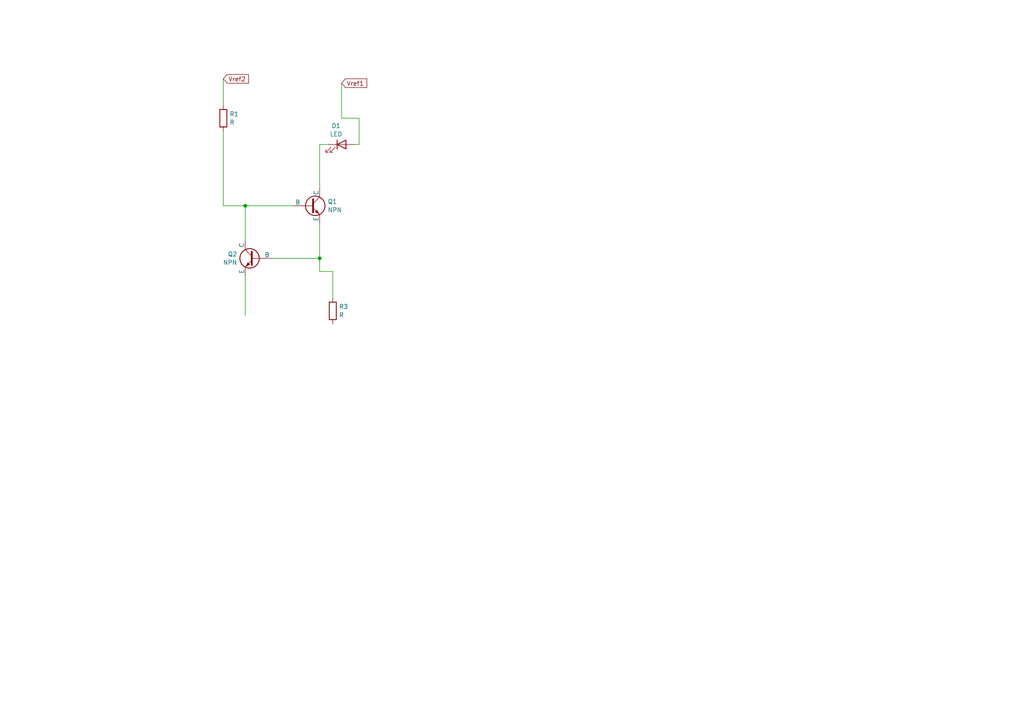
<source format=kicad_sch>
(kicad_sch (version 20231120) (generator "eeschema") (generator_version "8.0")
  (paper "A4")
  (lib_symbols
    (symbol "Device:LED" (pin_numbers hide) (pin_names (offset 1.016) hide)
      (property "Reference" "D" (at 0 2.54 0))
      (property "Value" "LED" (at 0 -2.54 0))
      (symbol "LED_0_1"
        (polyline (pts (xy -1.27 -1.27) (xy -1.27 1.27)) (stroke (width 0.254)))
        (polyline (pts (xy -1.27 0) (xy 1.27 0)))
        (polyline (pts (xy 1.27 -1.27) (xy 1.27 1.27) (xy -1.27 0) (xy 1.27 -1.27)) (stroke (width 0.254)))
        (polyline (pts (xy -3.048 -0.762) (xy -4.572 -2.286) (xy -3.81 -2.286) (xy -4.572 -2.286) (xy -4.572 -1.524)))
        (polyline (pts (xy -1.778 -0.762) (xy -3.302 -2.286) (xy -2.54 -2.286) (xy -3.302 -2.286) (xy -3.302 -1.524)))
      )
      (symbol "LED_1_1"
        (pin passive line (at -3.81 0 0) (length 2.54) (name "K") (number "1"))
        (pin passive line (at 3.81 0 180) (length 2.54) (name "A") (number "2"))
      )
    )
    (symbol "Device:R" (pin_numbers hide) (pin_names (offset 0))
      (property "Reference" "R" (at 2.032 0 90))
      (property "Value" "R" (at 0 0 90))
      (symbol "R_0_1"
        (rectangle (start -1.016 -2.54) (end 1.016 2.54) (stroke (width 0.254)))
      )
      (symbol "R_1_1"
        (pin passive line (at 0 3.81 270) (length 1.27) (name "~") (number "1"))
        (pin passive line (at 0 -3.81 90) (length 1.27) (name "~") (number "2"))
      )
    )
    (symbol "Simulation_SPICE:NPN" (pin_numbers hide) (pin_names (offset 0))
      (property "Reference" "Q" (at -2.54 7.62 0))
      (property "Value" "NPN" (at -2.54 5.08 0))
      (symbol "NPN_0_1"
        (polyline (pts (xy -2.54 0) (xy 0.635 0)) (stroke (width 0.1524)))
        (polyline (pts (xy 0.635 0.635) (xy 2.54 2.54)))
        (polyline (pts (xy 2.794 -1.27) (xy 2.794 -1.27)) (stroke (width 0.1524)))
        (polyline (pts (xy 2.794 -1.27) (xy 2.794 -1.27)) (stroke (width 0.1524)))
        (polyline (pts (xy 0.635 -0.635) (xy 2.54 -2.54) (xy 2.54 -2.54)))
        (polyline (pts (xy 0.635 1.905) (xy 0.635 -1.905) (xy 0.635 -1.905)) (stroke (width 0.508)))
        (polyline (pts (xy 1.27 -1.778) (xy 1.778 -1.27) (xy 2.286 -2.286) (xy 1.27 -1.778) (xy 1.27 -1.778)) (fill (type outline)))
        (circle (center 1.27 0) (radius 2.8194) (stroke (width 0.254)))
      )
      (symbol "NPN_1_1"
        (pin open_collector line (at 2.54 5.08 270) (length 2.54) (name "C") (number "1"))
        (pin input line (at -5.08 0 0) (length 2.54) (name "B") (number "2"))
        (pin open_emitter line (at 2.54 -5.08 90) (length 2.54) (name "E") (number "3"))
      )
    )
  )
  (junction (at 92.71 74.93))
  (junction (at 71.12 59.69))
  (wire (pts (xy 104.14 34.29) (xy 104.14 41.91)))
  (wire (pts (xy 64.77 38.1) (xy 64.77 59.69)))
  (wire (pts (xy 92.71 64.77) (xy 92.71 74.93)))
  (wire (pts (xy 64.77 22.86) (xy 64.77 30.48)))
  (wire (pts (xy 92.71 78.74) (xy 96.52 78.74)))
  (wire (pts (xy 92.71 41.91) (xy 92.71 54.61)))
  (wire (pts (xy 99.06 34.29) (xy 104.14 34.29)))
  (wire (pts (xy 71.12 80.01) (xy 71.12 91.44)))
  (wire (pts (xy 71.12 59.69) (xy 71.12 69.85)))
  (wire (pts (xy 78.74 74.93) (xy 92.71 74.93)))
  (wire (pts (xy 96.52 78.74) (xy 96.52 86.36)))
  (wire (pts (xy 71.12 59.69) (xy 64.77 59.69)))
  (wire (pts (xy 85.09 59.69) (xy 71.12 59.69)))
  (wire (pts (xy 99.06 24.13) (xy 99.06 34.29)))
  (wire (pts (xy 92.71 74.93) (xy 92.71 78.74)))
  (wire (pts (xy 104.14 41.91) (xy 102.87 41.91)))
  (wire (pts (xy 95.25 41.91) (xy 92.71 41.91)))
  (global_label "Vref2" (shape input) (at 64.77 22.86 0) (property "Intersheetrefs" "${INTERSHEET_REFS}" (effects (hide yes))))
  (global_label "Vref1" (shape input) (at 99.06 24.13 0) (property "Intersheetrefs" "${INTERSHEET_REFS}" (effects (hide yes))))
  (symbol (lib_id "Simulation_SPICE:NPN") (at 90.17 59.69 0) (unit 1)
    (property "Reference" "Q1" (at 95.0214 58.4778 0) (effects (justify left)))
    (property "Value" "NPN" (at 95.0214 60.9021 0) (effects (justify left)))
    (property "Datasheet" "https://ngspice.sourceforge.io/docs/ngspice-html-manual/manual.xhtml#cha_BJTs" (effects (hide yes)))
    (property "Description" "Bipolar transistor symbol for simulation only, substrate tied to the emitter" (effects (hide yes)))
    (property "Sim.Device" "NPN" (effects (hide yes)))
    (property "Sim.Type" "GUMMELPOON" (effects (hide yes)))
    (property "Sim.Pins" "1=C 2=B 3=E" (effects (hide yes)))
  )
  (symbol (lib_id "Simulation_SPICE:NPN") (at 73.66 74.93 0) (mirror y) (unit 1)
    (property "Reference" "Q2" (at 68.8086 73.7178 0) (effects (justify left)))
    (property "Value" "NPN" (at 68.8086 76.1421 0) (effects (justify left)))
    (property "Datasheet" "https://ngspice.sourceforge.io/docs/ngspice-html-manual/manual.xhtml#cha_BJTs" (effects (hide yes)))
    (property "Description" "Bipolar transistor symbol for simulation only, substrate tied to the emitter" (effects (hide yes)))
    (property "Sim.Device" "NPN" (effects (hide yes)))
    (property "Sim.Type" "GUMMELPOON" (effects (hide yes)))
    (property "Sim.Pins" "1=C 2=B 3=E" (effects (hide yes)))
  )
  (symbol (lib_id "Device:R") (at 64.77 34.29 0) (unit 1)
    (property "Reference" "R1" (at 66.548 33.0778 0) (effects (justify left)))
    (property "Value" "R" (at 66.548 35.5021 0) (effects (justify left)))
    (property "Description" "Resistor" (effects (hide yes)))
  )
  (symbol (lib_id "Device:LED") (at 99.06 41.91 0) (unit 1)
    (property "Reference" "D1" (at 97.4725 36.4955 0))
    (property "Value" "LED" (at 97.4725 38.9198 0))
    (property "Description" "Light emitting diode" (effects (hide yes)))
  )
  (symbol (lib_id "Device:R") (at 96.52 90.17 0) (unit 1)
    (property "Reference" "R3" (at 98.298 88.9578 0) (effects (justify left)))
    (property "Value" "R" (at 98.298 91.3821 0) (effects (justify left)))
    (property "Description" "Resistor" (effects (hide yes)))
  )
)
</source>
